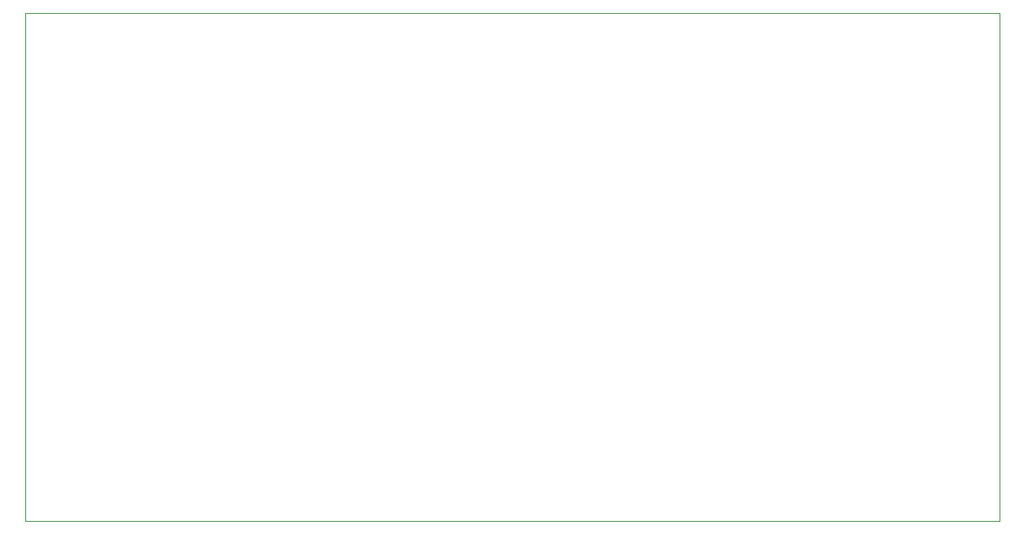
<source format=gbr>
%TF.GenerationSoftware,KiCad,Pcbnew,6.0.2+dfsg-1*%
%TF.CreationDate,2023-01-09T09:44:05-05:00*%
%TF.ProjectId,qwiic-obd,71776969-632d-46f6-9264-2e6b69636164,rev?*%
%TF.SameCoordinates,Original*%
%TF.FileFunction,Profile,NP*%
%FSLAX46Y46*%
G04 Gerber Fmt 4.6, Leading zero omitted, Abs format (unit mm)*
G04 Created by KiCad (PCBNEW 6.0.2+dfsg-1) date 2023-01-09 09:44:05*
%MOMM*%
%LPD*%
G01*
G04 APERTURE LIST*
%TA.AperFunction,Profile*%
%ADD10C,0.100000*%
%TD*%
G04 APERTURE END LIST*
D10*
X107950000Y-71628000D02*
X209169000Y-71628000D01*
X209169000Y-71628000D02*
X209169000Y-124460000D01*
X209169000Y-124460000D02*
X107950000Y-124460000D01*
X107950000Y-124460000D02*
X107950000Y-71628000D01*
M02*

</source>
